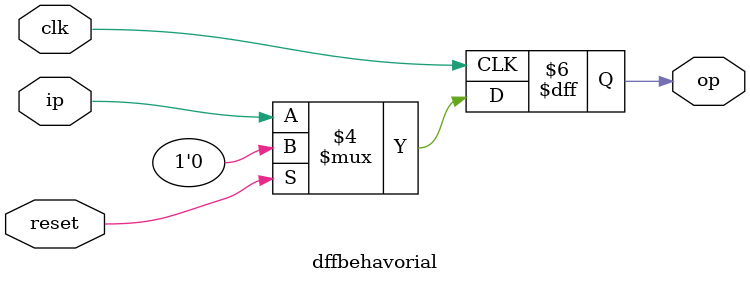
<source format=v>

module dffbehavorial(clk,reset,ip,op);
input ip; 
input clk; 
input reset;
output reg op;
	always @(posedge clk) 	
	begin
		if(reset == 1)
			op<=0;
		else
			op <= (ip);  
	end
endmodule 
</source>
